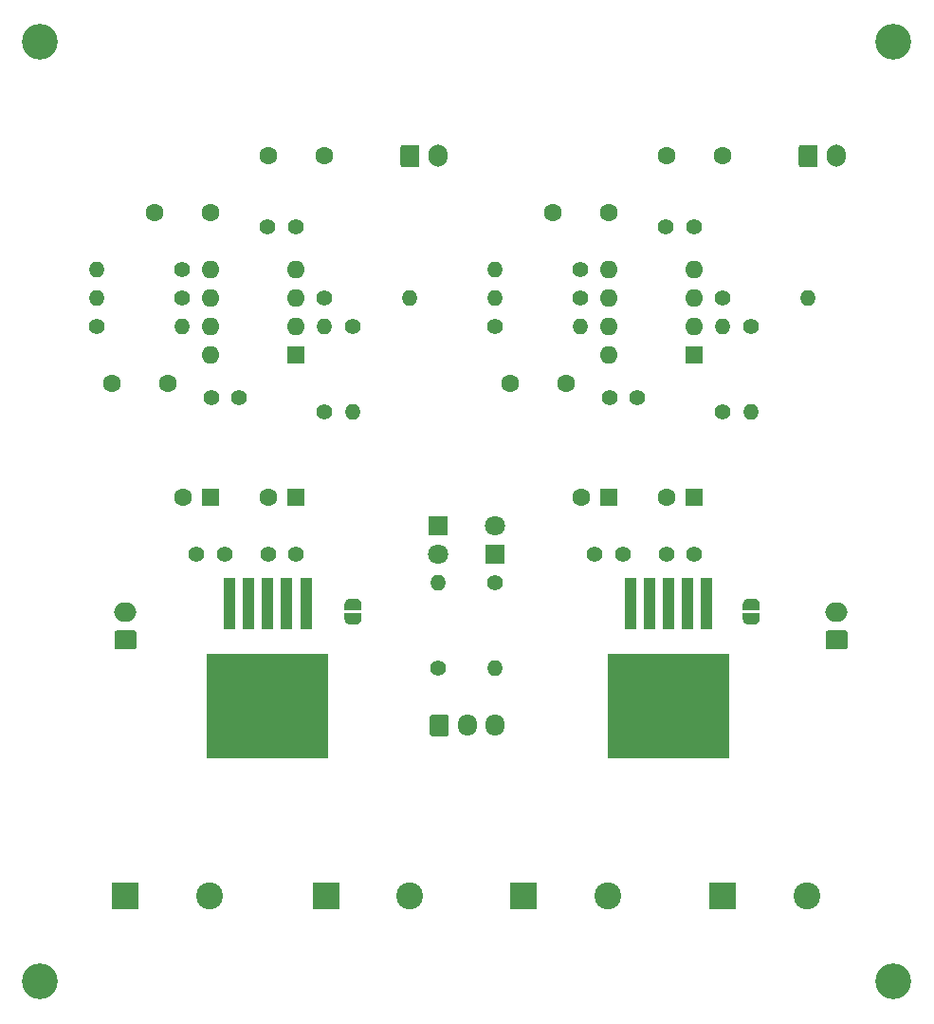
<source format=gts>
G04 #@! TF.GenerationSoftware,KiCad,Pcbnew,(5.1.4)-1*
G04 #@! TF.CreationDate,2019-10-16T10:00:49+09:00*
G04 #@! TF.ProjectId,LME49600_HPA,4c4d4534-3936-4303-905f-4850412e6b69,rev?*
G04 #@! TF.SameCoordinates,Original*
G04 #@! TF.FileFunction,Soldermask,Top*
G04 #@! TF.FilePolarity,Negative*
%FSLAX46Y46*%
G04 Gerber Fmt 4.6, Leading zero omitted, Abs format (unit mm)*
G04 Created by KiCad (PCBNEW (5.1.4)-1) date 2019-10-16 10:00:49*
%MOMM*%
%LPD*%
G04 APERTURE LIST*
%ADD10O,2.000000X1.700000*%
%ADD11C,0.100000*%
%ADD12C,1.700000*%
%ADD13C,1.600000*%
%ADD14O,1.600000X1.600000*%
%ADD15R,1.600000X1.600000*%
%ADD16R,10.800000X9.400000*%
%ADD17R,1.100000X4.600000*%
%ADD18C,2.400000*%
%ADD19R,2.400000X2.400000*%
%ADD20O,1.700000X1.950000*%
%ADD21C,3.200000*%
%ADD22O,1.700000X2.000000*%
%ADD23O,1.400000X1.400000*%
%ADD24C,1.400000*%
%ADD25C,0.500000*%
%ADD26C,1.800000*%
%ADD27R,1.800000X1.800000*%
G04 APERTURE END LIST*
D10*
X182880000Y-101640000D03*
D11*
G36*
X183654504Y-103291204D02*
G01*
X183678773Y-103294804D01*
X183702571Y-103300765D01*
X183725671Y-103309030D01*
X183747849Y-103319520D01*
X183768893Y-103332133D01*
X183788598Y-103346747D01*
X183806777Y-103363223D01*
X183823253Y-103381402D01*
X183837867Y-103401107D01*
X183850480Y-103422151D01*
X183860970Y-103444329D01*
X183869235Y-103467429D01*
X183875196Y-103491227D01*
X183878796Y-103515496D01*
X183880000Y-103540000D01*
X183880000Y-104740000D01*
X183878796Y-104764504D01*
X183875196Y-104788773D01*
X183869235Y-104812571D01*
X183860970Y-104835671D01*
X183850480Y-104857849D01*
X183837867Y-104878893D01*
X183823253Y-104898598D01*
X183806777Y-104916777D01*
X183788598Y-104933253D01*
X183768893Y-104947867D01*
X183747849Y-104960480D01*
X183725671Y-104970970D01*
X183702571Y-104979235D01*
X183678773Y-104985196D01*
X183654504Y-104988796D01*
X183630000Y-104990000D01*
X182130000Y-104990000D01*
X182105496Y-104988796D01*
X182081227Y-104985196D01*
X182057429Y-104979235D01*
X182034329Y-104970970D01*
X182012151Y-104960480D01*
X181991107Y-104947867D01*
X181971402Y-104933253D01*
X181953223Y-104916777D01*
X181936747Y-104898598D01*
X181922133Y-104878893D01*
X181909520Y-104857849D01*
X181899030Y-104835671D01*
X181890765Y-104812571D01*
X181884804Y-104788773D01*
X181881204Y-104764504D01*
X181880000Y-104740000D01*
X181880000Y-103540000D01*
X181881204Y-103515496D01*
X181884804Y-103491227D01*
X181890765Y-103467429D01*
X181899030Y-103444329D01*
X181909520Y-103422151D01*
X181922133Y-103401107D01*
X181936747Y-103381402D01*
X181953223Y-103363223D01*
X181971402Y-103346747D01*
X181991107Y-103332133D01*
X182012151Y-103319520D01*
X182034329Y-103309030D01*
X182057429Y-103300765D01*
X182081227Y-103294804D01*
X182105496Y-103291204D01*
X182130000Y-103290000D01*
X183630000Y-103290000D01*
X183654504Y-103291204D01*
X183654504Y-103291204D01*
G37*
D12*
X182880000Y-104140000D03*
D13*
X162560000Y-66040000D03*
X157560000Y-66040000D03*
X172720000Y-60960000D03*
X167720000Y-60960000D03*
X137160000Y-60960000D03*
X132160000Y-60960000D03*
D14*
X162560000Y-78740000D03*
X170180000Y-71120000D03*
X162560000Y-76200000D03*
X170180000Y-73660000D03*
X162560000Y-73660000D03*
X170180000Y-76200000D03*
X162560000Y-71120000D03*
D15*
X170180000Y-78740000D03*
D14*
X127000000Y-78740000D03*
X134620000Y-71120000D03*
X127000000Y-76200000D03*
X134620000Y-73660000D03*
X127000000Y-73660000D03*
X134620000Y-76200000D03*
X127000000Y-71120000D03*
D15*
X134620000Y-78740000D03*
D16*
X132080000Y-110055000D03*
D17*
X128680000Y-100905000D03*
X130380000Y-100905000D03*
X132080000Y-100905000D03*
X133780000Y-100905000D03*
X135480000Y-100905000D03*
D18*
X126880000Y-127000000D03*
D19*
X119380000Y-127000000D03*
D18*
X162440000Y-127000000D03*
D19*
X154940000Y-127000000D03*
D20*
X152400000Y-111760000D03*
X149900000Y-111760000D03*
D11*
G36*
X148024504Y-110786204D02*
G01*
X148048773Y-110789804D01*
X148072571Y-110795765D01*
X148095671Y-110804030D01*
X148117849Y-110814520D01*
X148138893Y-110827133D01*
X148158598Y-110841747D01*
X148176777Y-110858223D01*
X148193253Y-110876402D01*
X148207867Y-110896107D01*
X148220480Y-110917151D01*
X148230970Y-110939329D01*
X148239235Y-110962429D01*
X148245196Y-110986227D01*
X148248796Y-111010496D01*
X148250000Y-111035000D01*
X148250000Y-112485000D01*
X148248796Y-112509504D01*
X148245196Y-112533773D01*
X148239235Y-112557571D01*
X148230970Y-112580671D01*
X148220480Y-112602849D01*
X148207867Y-112623893D01*
X148193253Y-112643598D01*
X148176777Y-112661777D01*
X148158598Y-112678253D01*
X148138893Y-112692867D01*
X148117849Y-112705480D01*
X148095671Y-112715970D01*
X148072571Y-112724235D01*
X148048773Y-112730196D01*
X148024504Y-112733796D01*
X148000000Y-112735000D01*
X146800000Y-112735000D01*
X146775496Y-112733796D01*
X146751227Y-112730196D01*
X146727429Y-112724235D01*
X146704329Y-112715970D01*
X146682151Y-112705480D01*
X146661107Y-112692867D01*
X146641402Y-112678253D01*
X146623223Y-112661777D01*
X146606747Y-112643598D01*
X146592133Y-112623893D01*
X146579520Y-112602849D01*
X146569030Y-112580671D01*
X146560765Y-112557571D01*
X146554804Y-112533773D01*
X146551204Y-112509504D01*
X146550000Y-112485000D01*
X146550000Y-111035000D01*
X146551204Y-111010496D01*
X146554804Y-110986227D01*
X146560765Y-110962429D01*
X146569030Y-110939329D01*
X146579520Y-110917151D01*
X146592133Y-110896107D01*
X146606747Y-110876402D01*
X146623223Y-110858223D01*
X146641402Y-110841747D01*
X146661107Y-110827133D01*
X146682151Y-110814520D01*
X146704329Y-110804030D01*
X146727429Y-110795765D01*
X146751227Y-110789804D01*
X146775496Y-110786204D01*
X146800000Y-110785000D01*
X148000000Y-110785000D01*
X148024504Y-110786204D01*
X148024504Y-110786204D01*
G37*
D12*
X147400000Y-111760000D03*
D18*
X144780000Y-127000000D03*
D19*
X137280000Y-127000000D03*
D21*
X111760000Y-134620000D03*
X187960000Y-134620000D03*
X187960000Y-50800000D03*
X111760000Y-50800000D03*
D22*
X182840000Y-60960000D03*
D11*
G36*
X180964504Y-59961204D02*
G01*
X180988773Y-59964804D01*
X181012571Y-59970765D01*
X181035671Y-59979030D01*
X181057849Y-59989520D01*
X181078893Y-60002133D01*
X181098598Y-60016747D01*
X181116777Y-60033223D01*
X181133253Y-60051402D01*
X181147867Y-60071107D01*
X181160480Y-60092151D01*
X181170970Y-60114329D01*
X181179235Y-60137429D01*
X181185196Y-60161227D01*
X181188796Y-60185496D01*
X181190000Y-60210000D01*
X181190000Y-61710000D01*
X181188796Y-61734504D01*
X181185196Y-61758773D01*
X181179235Y-61782571D01*
X181170970Y-61805671D01*
X181160480Y-61827849D01*
X181147867Y-61848893D01*
X181133253Y-61868598D01*
X181116777Y-61886777D01*
X181098598Y-61903253D01*
X181078893Y-61917867D01*
X181057849Y-61930480D01*
X181035671Y-61940970D01*
X181012571Y-61949235D01*
X180988773Y-61955196D01*
X180964504Y-61958796D01*
X180940000Y-61960000D01*
X179740000Y-61960000D01*
X179715496Y-61958796D01*
X179691227Y-61955196D01*
X179667429Y-61949235D01*
X179644329Y-61940970D01*
X179622151Y-61930480D01*
X179601107Y-61917867D01*
X179581402Y-61903253D01*
X179563223Y-61886777D01*
X179546747Y-61868598D01*
X179532133Y-61848893D01*
X179519520Y-61827849D01*
X179509030Y-61805671D01*
X179500765Y-61782571D01*
X179494804Y-61758773D01*
X179491204Y-61734504D01*
X179490000Y-61710000D01*
X179490000Y-60210000D01*
X179491204Y-60185496D01*
X179494804Y-60161227D01*
X179500765Y-60137429D01*
X179509030Y-60114329D01*
X179519520Y-60092151D01*
X179532133Y-60071107D01*
X179546747Y-60051402D01*
X179563223Y-60033223D01*
X179581402Y-60016747D01*
X179601107Y-60002133D01*
X179622151Y-59989520D01*
X179644329Y-59979030D01*
X179667429Y-59970765D01*
X179691227Y-59964804D01*
X179715496Y-59961204D01*
X179740000Y-59960000D01*
X180940000Y-59960000D01*
X180964504Y-59961204D01*
X180964504Y-59961204D01*
G37*
D12*
X180340000Y-60960000D03*
D23*
X160020000Y-76200000D03*
D24*
X152400000Y-76200000D03*
D13*
X118190000Y-81280000D03*
X123190000Y-81280000D03*
D23*
X172720000Y-76200000D03*
D24*
X172720000Y-83820000D03*
D23*
X175260000Y-83820000D03*
D24*
X175260000Y-76200000D03*
D23*
X152400000Y-71120000D03*
D24*
X160020000Y-71120000D03*
D23*
X152400000Y-73660000D03*
D24*
X160020000Y-73660000D03*
D23*
X180340000Y-73660000D03*
D24*
X172720000Y-73660000D03*
D23*
X137160000Y-76200000D03*
D24*
X137160000Y-83820000D03*
D23*
X124460000Y-76200000D03*
D24*
X116840000Y-76200000D03*
D23*
X139700000Y-83820000D03*
D24*
X139700000Y-76200000D03*
D23*
X116840000Y-71120000D03*
D24*
X124460000Y-71120000D03*
D23*
X116840000Y-73660000D03*
D24*
X124460000Y-73660000D03*
D23*
X144780000Y-73660000D03*
D24*
X137160000Y-73660000D03*
D23*
X152400000Y-106680000D03*
D24*
X152400000Y-99060000D03*
D23*
X147320000Y-99060000D03*
D24*
X147320000Y-106680000D03*
D22*
X147280000Y-60960000D03*
D11*
G36*
X145404504Y-59961204D02*
G01*
X145428773Y-59964804D01*
X145452571Y-59970765D01*
X145475671Y-59979030D01*
X145497849Y-59989520D01*
X145518893Y-60002133D01*
X145538598Y-60016747D01*
X145556777Y-60033223D01*
X145573253Y-60051402D01*
X145587867Y-60071107D01*
X145600480Y-60092151D01*
X145610970Y-60114329D01*
X145619235Y-60137429D01*
X145625196Y-60161227D01*
X145628796Y-60185496D01*
X145630000Y-60210000D01*
X145630000Y-61710000D01*
X145628796Y-61734504D01*
X145625196Y-61758773D01*
X145619235Y-61782571D01*
X145610970Y-61805671D01*
X145600480Y-61827849D01*
X145587867Y-61848893D01*
X145573253Y-61868598D01*
X145556777Y-61886777D01*
X145538598Y-61903253D01*
X145518893Y-61917867D01*
X145497849Y-61930480D01*
X145475671Y-61940970D01*
X145452571Y-61949235D01*
X145428773Y-61955196D01*
X145404504Y-61958796D01*
X145380000Y-61960000D01*
X144180000Y-61960000D01*
X144155496Y-61958796D01*
X144131227Y-61955196D01*
X144107429Y-61949235D01*
X144084329Y-61940970D01*
X144062151Y-61930480D01*
X144041107Y-61917867D01*
X144021402Y-61903253D01*
X144003223Y-61886777D01*
X143986747Y-61868598D01*
X143972133Y-61848893D01*
X143959520Y-61827849D01*
X143949030Y-61805671D01*
X143940765Y-61782571D01*
X143934804Y-61758773D01*
X143931204Y-61734504D01*
X143930000Y-61710000D01*
X143930000Y-60210000D01*
X143931204Y-60185496D01*
X143934804Y-60161227D01*
X143940765Y-60137429D01*
X143949030Y-60114329D01*
X143959520Y-60092151D01*
X143972133Y-60071107D01*
X143986747Y-60051402D01*
X144003223Y-60033223D01*
X144021402Y-60016747D01*
X144041107Y-60002133D01*
X144062151Y-59989520D01*
X144084329Y-59979030D01*
X144107429Y-59970765D01*
X144131227Y-59964804D01*
X144155496Y-59961204D01*
X144180000Y-59960000D01*
X145380000Y-59960000D01*
X145404504Y-59961204D01*
X145404504Y-59961204D01*
G37*
D12*
X144780000Y-60960000D03*
D24*
X167680000Y-96520000D03*
X170180000Y-96520000D03*
X134580000Y-67310000D03*
X132080000Y-67310000D03*
D13*
X127000000Y-66040000D03*
X122000000Y-66040000D03*
D24*
X170140000Y-67310000D03*
X167640000Y-67310000D03*
D16*
X167875000Y-110055000D03*
D17*
X164475000Y-100905000D03*
X166175000Y-100905000D03*
X167875000Y-100905000D03*
X169575000Y-100905000D03*
X171275000Y-100905000D03*
D25*
X175260000Y-102250000D03*
D11*
G36*
X176009398Y-102250000D02*
G01*
X176009398Y-102274534D01*
X176004588Y-102323365D01*
X175995016Y-102371490D01*
X175980772Y-102418445D01*
X175961995Y-102463778D01*
X175938864Y-102507051D01*
X175911604Y-102547850D01*
X175880476Y-102585779D01*
X175845779Y-102620476D01*
X175807850Y-102651604D01*
X175767051Y-102678864D01*
X175723778Y-102701995D01*
X175678445Y-102720772D01*
X175631490Y-102735016D01*
X175583365Y-102744588D01*
X175534534Y-102749398D01*
X175510000Y-102749398D01*
X175510000Y-102750000D01*
X175010000Y-102750000D01*
X175010000Y-102749398D01*
X174985466Y-102749398D01*
X174936635Y-102744588D01*
X174888510Y-102735016D01*
X174841555Y-102720772D01*
X174796222Y-102701995D01*
X174752949Y-102678864D01*
X174712150Y-102651604D01*
X174674221Y-102620476D01*
X174639524Y-102585779D01*
X174608396Y-102547850D01*
X174581136Y-102507051D01*
X174558005Y-102463778D01*
X174539228Y-102418445D01*
X174524984Y-102371490D01*
X174515412Y-102323365D01*
X174510602Y-102274534D01*
X174510602Y-102250000D01*
X174510000Y-102250000D01*
X174510000Y-101750000D01*
X176010000Y-101750000D01*
X176010000Y-102250000D01*
X176009398Y-102250000D01*
X176009398Y-102250000D01*
G37*
D25*
X175260000Y-100950000D03*
D11*
G36*
X174510000Y-101450000D02*
G01*
X174510000Y-100950000D01*
X174510602Y-100950000D01*
X174510602Y-100925466D01*
X174515412Y-100876635D01*
X174524984Y-100828510D01*
X174539228Y-100781555D01*
X174558005Y-100736222D01*
X174581136Y-100692949D01*
X174608396Y-100652150D01*
X174639524Y-100614221D01*
X174674221Y-100579524D01*
X174712150Y-100548396D01*
X174752949Y-100521136D01*
X174796222Y-100498005D01*
X174841555Y-100479228D01*
X174888510Y-100464984D01*
X174936635Y-100455412D01*
X174985466Y-100450602D01*
X175010000Y-100450602D01*
X175010000Y-100450000D01*
X175510000Y-100450000D01*
X175510000Y-100450602D01*
X175534534Y-100450602D01*
X175583365Y-100455412D01*
X175631490Y-100464984D01*
X175678445Y-100479228D01*
X175723778Y-100498005D01*
X175767051Y-100521136D01*
X175807850Y-100548396D01*
X175845779Y-100579524D01*
X175880476Y-100614221D01*
X175911604Y-100652150D01*
X175938864Y-100692949D01*
X175961995Y-100736222D01*
X175980772Y-100781555D01*
X175995016Y-100828510D01*
X176004588Y-100876635D01*
X176009398Y-100925466D01*
X176009398Y-100950000D01*
X176010000Y-100950000D01*
X176010000Y-101450000D01*
X174510000Y-101450000D01*
X174510000Y-101450000D01*
G37*
D25*
X139700000Y-102250000D03*
D11*
G36*
X140449398Y-102250000D02*
G01*
X140449398Y-102274534D01*
X140444588Y-102323365D01*
X140435016Y-102371490D01*
X140420772Y-102418445D01*
X140401995Y-102463778D01*
X140378864Y-102507051D01*
X140351604Y-102547850D01*
X140320476Y-102585779D01*
X140285779Y-102620476D01*
X140247850Y-102651604D01*
X140207051Y-102678864D01*
X140163778Y-102701995D01*
X140118445Y-102720772D01*
X140071490Y-102735016D01*
X140023365Y-102744588D01*
X139974534Y-102749398D01*
X139950000Y-102749398D01*
X139950000Y-102750000D01*
X139450000Y-102750000D01*
X139450000Y-102749398D01*
X139425466Y-102749398D01*
X139376635Y-102744588D01*
X139328510Y-102735016D01*
X139281555Y-102720772D01*
X139236222Y-102701995D01*
X139192949Y-102678864D01*
X139152150Y-102651604D01*
X139114221Y-102620476D01*
X139079524Y-102585779D01*
X139048396Y-102547850D01*
X139021136Y-102507051D01*
X138998005Y-102463778D01*
X138979228Y-102418445D01*
X138964984Y-102371490D01*
X138955412Y-102323365D01*
X138950602Y-102274534D01*
X138950602Y-102250000D01*
X138950000Y-102250000D01*
X138950000Y-101750000D01*
X140450000Y-101750000D01*
X140450000Y-102250000D01*
X140449398Y-102250000D01*
X140449398Y-102250000D01*
G37*
D25*
X139700000Y-100950000D03*
D11*
G36*
X138950000Y-101450000D02*
G01*
X138950000Y-100950000D01*
X138950602Y-100950000D01*
X138950602Y-100925466D01*
X138955412Y-100876635D01*
X138964984Y-100828510D01*
X138979228Y-100781555D01*
X138998005Y-100736222D01*
X139021136Y-100692949D01*
X139048396Y-100652150D01*
X139079524Y-100614221D01*
X139114221Y-100579524D01*
X139152150Y-100548396D01*
X139192949Y-100521136D01*
X139236222Y-100498005D01*
X139281555Y-100479228D01*
X139328510Y-100464984D01*
X139376635Y-100455412D01*
X139425466Y-100450602D01*
X139450000Y-100450602D01*
X139450000Y-100450000D01*
X139950000Y-100450000D01*
X139950000Y-100450602D01*
X139974534Y-100450602D01*
X140023365Y-100455412D01*
X140071490Y-100464984D01*
X140118445Y-100479228D01*
X140163778Y-100498005D01*
X140207051Y-100521136D01*
X140247850Y-100548396D01*
X140285779Y-100579524D01*
X140320476Y-100614221D01*
X140351604Y-100652150D01*
X140378864Y-100692949D01*
X140401995Y-100736222D01*
X140420772Y-100781555D01*
X140435016Y-100828510D01*
X140444588Y-100876635D01*
X140449398Y-100925466D01*
X140449398Y-100950000D01*
X140450000Y-100950000D01*
X140450000Y-101450000D01*
X138950000Y-101450000D01*
X138950000Y-101450000D01*
G37*
D10*
X119380000Y-101640000D03*
D11*
G36*
X120154504Y-103291204D02*
G01*
X120178773Y-103294804D01*
X120202571Y-103300765D01*
X120225671Y-103309030D01*
X120247849Y-103319520D01*
X120268893Y-103332133D01*
X120288598Y-103346747D01*
X120306777Y-103363223D01*
X120323253Y-103381402D01*
X120337867Y-103401107D01*
X120350480Y-103422151D01*
X120360970Y-103444329D01*
X120369235Y-103467429D01*
X120375196Y-103491227D01*
X120378796Y-103515496D01*
X120380000Y-103540000D01*
X120380000Y-104740000D01*
X120378796Y-104764504D01*
X120375196Y-104788773D01*
X120369235Y-104812571D01*
X120360970Y-104835671D01*
X120350480Y-104857849D01*
X120337867Y-104878893D01*
X120323253Y-104898598D01*
X120306777Y-104916777D01*
X120288598Y-104933253D01*
X120268893Y-104947867D01*
X120247849Y-104960480D01*
X120225671Y-104970970D01*
X120202571Y-104979235D01*
X120178773Y-104985196D01*
X120154504Y-104988796D01*
X120130000Y-104990000D01*
X118630000Y-104990000D01*
X118605496Y-104988796D01*
X118581227Y-104985196D01*
X118557429Y-104979235D01*
X118534329Y-104970970D01*
X118512151Y-104960480D01*
X118491107Y-104947867D01*
X118471402Y-104933253D01*
X118453223Y-104916777D01*
X118436747Y-104898598D01*
X118422133Y-104878893D01*
X118409520Y-104857849D01*
X118399030Y-104835671D01*
X118390765Y-104812571D01*
X118384804Y-104788773D01*
X118381204Y-104764504D01*
X118380000Y-104740000D01*
X118380000Y-103540000D01*
X118381204Y-103515496D01*
X118384804Y-103491227D01*
X118390765Y-103467429D01*
X118399030Y-103444329D01*
X118409520Y-103422151D01*
X118422133Y-103401107D01*
X118436747Y-103381402D01*
X118453223Y-103363223D01*
X118471402Y-103346747D01*
X118491107Y-103332133D01*
X118512151Y-103319520D01*
X118534329Y-103309030D01*
X118557429Y-103300765D01*
X118581227Y-103294804D01*
X118605496Y-103291204D01*
X118630000Y-103290000D01*
X120130000Y-103290000D01*
X120154504Y-103291204D01*
X120154504Y-103291204D01*
G37*
D12*
X119380000Y-104140000D03*
D26*
X152400000Y-93980000D03*
D27*
X152400000Y-96520000D03*
D26*
X147320000Y-96520000D03*
D27*
X147320000Y-93980000D03*
D13*
X167680000Y-91440000D03*
D15*
X170180000Y-91440000D03*
D24*
X163790000Y-96520000D03*
X161290000Y-96520000D03*
D13*
X160060000Y-91440000D03*
D15*
X162560000Y-91440000D03*
D24*
X162600000Y-82550000D03*
X165100000Y-82550000D03*
D13*
X153750000Y-81280000D03*
X158750000Y-81280000D03*
X132120000Y-91440000D03*
D15*
X134620000Y-91440000D03*
D24*
X132120000Y-96520000D03*
X134620000Y-96520000D03*
X128230000Y-96520000D03*
X125730000Y-96520000D03*
D13*
X124500000Y-91440000D03*
D15*
X127000000Y-91440000D03*
D24*
X127040000Y-82550000D03*
X129540000Y-82550000D03*
D18*
X180220000Y-127000000D03*
D19*
X172720000Y-127000000D03*
M02*

</source>
